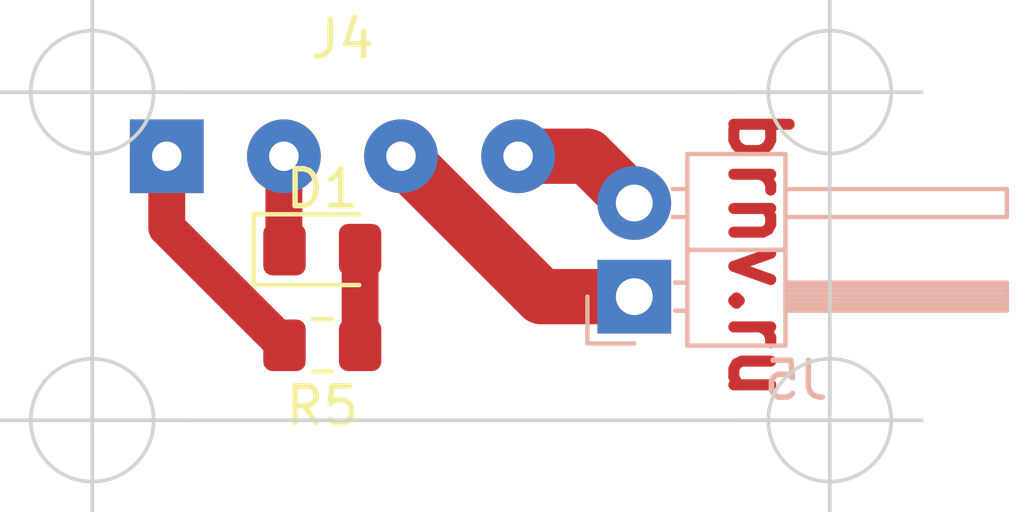
<source format=kicad_pcb>
(kicad_pcb (version 20171130) (host pcbnew "(5.0.0-3-g5ebb6b6)")

  (general
    (thickness 1.6)
    (drawings 9)
    (tracks 10)
    (zones 0)
    (modules 4)
    (nets 6)
  )

  (page A4)
  (layers
    (0 F.Cu signal)
    (31 B.Cu signal)
    (32 B.Adhes user hide)
    (33 F.Adhes user hide)
    (34 B.Paste user hide)
    (35 F.Paste user hide)
    (36 B.SilkS user hide)
    (37 F.SilkS user hide)
    (38 B.Mask user hide)
    (39 F.Mask user hide)
    (40 Dwgs.User user hide)
    (41 Cmts.User user hide)
    (42 Eco1.User user hide)
    (43 Eco2.User user hide)
    (44 Edge.Cuts user)
    (45 Margin user hide)
    (46 B.CrtYd user hide)
    (47 F.CrtYd user hide)
    (48 B.Fab user hide)
    (49 F.Fab user hide)
  )

  (setup
    (last_trace_width 1)
    (user_trace_width 0.8)
    (user_trace_width 1)
    (user_trace_width 1.2)
    (user_trace_width 1.5)
    (trace_clearance 0.2)
    (zone_clearance 0.508)
    (zone_45_only no)
    (trace_min 0.2)
    (segment_width 0.2)
    (edge_width 0.1)
    (via_size 0.8)
    (via_drill 0.4)
    (via_min_size 0.4)
    (via_min_drill 0.3)
    (uvia_size 0.3)
    (uvia_drill 0.1)
    (uvias_allowed no)
    (uvia_min_size 0.2)
    (uvia_min_drill 0.1)
    (pcb_text_width 0.3)
    (pcb_text_size 1.5 1.5)
    (mod_edge_width 0.15)
    (mod_text_size 1 1)
    (mod_text_width 0.15)
    (pad_size 1.99898 1.99898)
    (pad_drill 1)
    (pad_to_mask_clearance 0)
    (aux_axis_origin 130.175 78.994)
    (grid_origin 130.175 78.994)
    (visible_elements FFFFFF7F)
    (pcbplotparams
      (layerselection 0x00000_7fffffff)
      (usegerberextensions false)
      (usegerberattributes false)
      (usegerberadvancedattributes false)
      (creategerberjobfile false)
      (excludeedgelayer false)
      (linewidth 0.100000)
      (plotframeref false)
      (viasonmask true)
      (mode 1)
      (useauxorigin false)
      (hpglpennumber 1)
      (hpglpenspeed 20)
      (hpglpendiameter 15.000000)
      (psnegative true)
      (psa4output false)
      (plotreference true)
      (plotvalue true)
      (plotinvisibletext false)
      (padsonsilk false)
      (subtractmaskfromsilk false)
      (outputformat 4)
      (mirror false)
      (drillshape 1)
      (scaleselection 1)
      (outputdirectory "plot/"))
  )

  (net 0 "")
  (net 1 "Net-(D1-Pad2)")
  (net 2 /led_in)
  (net 3 /led_out)
  (net 4 /sw_in)
  (net 5 /sw_out)

  (net_class Default "This is the default net class."
    (clearance 0.2)
    (trace_width 0.25)
    (via_dia 0.8)
    (via_drill 0.4)
    (uvia_dia 0.3)
    (uvia_drill 0.1)
    (add_net /led_in)
    (add_net /led_out)
    (add_net /sw_in)
    (add_net /sw_out)
    (add_net "Net-(D1-Pad2)")
  )

  (module Connector_PinHeader_2.54mm:PinHeader_1x02_P2.54mm_Horizontal (layer B.Cu) (tedit 5BD9C9C9) (tstamp 5BBA7A8A)
    (at 146.9898 84.5312)
    (descr "Through hole angled pin header, 1x02, 2.54mm pitch, 6mm pin length, single row")
    (tags "Through hole angled pin header THT 1x02 2.54mm single row")
    (path /5BBA6E90)
    (fp_text reference J5 (at 4.385 2.27) (layer B.SilkS)
      (effects (font (size 1 1) (thickness 0.15)) (justify mirror))
    )
    (fp_text value Conn_01x02 (at 4.385 -4.81) (layer B.Fab)
      (effects (font (size 1 1) (thickness 0.15)) (justify mirror))
    )
    (fp_text user %R (at 2.77 -1.27 -90) (layer B.Fab)
      (effects (font (size 1 1) (thickness 0.15)) (justify mirror))
    )
    (fp_line (start 10.55 1.8) (end -1.8 1.8) (layer B.CrtYd) (width 0.05))
    (fp_line (start 10.55 -4.35) (end 10.55 1.8) (layer B.CrtYd) (width 0.05))
    (fp_line (start -1.8 -4.35) (end 10.55 -4.35) (layer B.CrtYd) (width 0.05))
    (fp_line (start -1.8 1.8) (end -1.8 -4.35) (layer B.CrtYd) (width 0.05))
    (fp_line (start -1.27 1.27) (end 0 1.27) (layer B.SilkS) (width 0.12))
    (fp_line (start -1.27 0) (end -1.27 1.27) (layer B.SilkS) (width 0.12))
    (fp_line (start 1.042929 -2.92) (end 1.44 -2.92) (layer B.SilkS) (width 0.12))
    (fp_line (start 1.042929 -2.16) (end 1.44 -2.16) (layer B.SilkS) (width 0.12))
    (fp_line (start 10.1 -2.92) (end 4.1 -2.92) (layer B.SilkS) (width 0.12))
    (fp_line (start 10.1 -2.16) (end 10.1 -2.92) (layer B.SilkS) (width 0.12))
    (fp_line (start 4.1 -2.16) (end 10.1 -2.16) (layer B.SilkS) (width 0.12))
    (fp_line (start 1.44 -1.27) (end 4.1 -1.27) (layer B.SilkS) (width 0.12))
    (fp_line (start 1.11 -0.38) (end 1.44 -0.38) (layer B.SilkS) (width 0.12))
    (fp_line (start 1.11 0.38) (end 1.44 0.38) (layer B.SilkS) (width 0.12))
    (fp_line (start 4.1 -0.28) (end 10.1 -0.28) (layer B.SilkS) (width 0.12))
    (fp_line (start 4.1 -0.16) (end 10.1 -0.16) (layer B.SilkS) (width 0.12))
    (fp_line (start 4.1 -0.04) (end 10.1 -0.04) (layer B.SilkS) (width 0.12))
    (fp_line (start 4.1 0.08) (end 10.1 0.08) (layer B.SilkS) (width 0.12))
    (fp_line (start 4.1 0.2) (end 10.1 0.2) (layer B.SilkS) (width 0.12))
    (fp_line (start 4.1 0.32) (end 10.1 0.32) (layer B.SilkS) (width 0.12))
    (fp_line (start 10.1 -0.38) (end 4.1 -0.38) (layer B.SilkS) (width 0.12))
    (fp_line (start 10.1 0.38) (end 10.1 -0.38) (layer B.SilkS) (width 0.12))
    (fp_line (start 4.1 0.38) (end 10.1 0.38) (layer B.SilkS) (width 0.12))
    (fp_line (start 4.1 1.33) (end 1.44 1.33) (layer B.SilkS) (width 0.12))
    (fp_line (start 4.1 -3.87) (end 4.1 1.33) (layer B.SilkS) (width 0.12))
    (fp_line (start 1.44 -3.87) (end 4.1 -3.87) (layer B.SilkS) (width 0.12))
    (fp_line (start 1.44 1.33) (end 1.44 -3.87) (layer B.SilkS) (width 0.12))
    (fp_line (start 4.04 -2.86) (end 10.04 -2.86) (layer B.Fab) (width 0.1))
    (fp_line (start 10.04 -2.22) (end 10.04 -2.86) (layer B.Fab) (width 0.1))
    (fp_line (start 4.04 -2.22) (end 10.04 -2.22) (layer B.Fab) (width 0.1))
    (fp_line (start -0.32 -2.86) (end 1.5 -2.86) (layer B.Fab) (width 0.1))
    (fp_line (start -0.32 -2.22) (end -0.32 -2.86) (layer B.Fab) (width 0.1))
    (fp_line (start -0.32 -2.22) (end 1.5 -2.22) (layer B.Fab) (width 0.1))
    (fp_line (start 4.04 -0.32) (end 10.04 -0.32) (layer B.Fab) (width 0.1))
    (fp_line (start 10.04 0.32) (end 10.04 -0.32) (layer B.Fab) (width 0.1))
    (fp_line (start 4.04 0.32) (end 10.04 0.32) (layer B.Fab) (width 0.1))
    (fp_line (start -0.32 -0.32) (end 1.5 -0.32) (layer B.Fab) (width 0.1))
    (fp_line (start -0.32 0.32) (end -0.32 -0.32) (layer B.Fab) (width 0.1))
    (fp_line (start -0.32 0.32) (end 1.5 0.32) (layer B.Fab) (width 0.1))
    (fp_line (start 1.5 0.635) (end 2.135 1.27) (layer B.Fab) (width 0.1))
    (fp_line (start 1.5 -3.81) (end 1.5 0.635) (layer B.Fab) (width 0.1))
    (fp_line (start 4.04 -3.81) (end 1.5 -3.81) (layer B.Fab) (width 0.1))
    (fp_line (start 4.04 1.27) (end 4.04 -3.81) (layer B.Fab) (width 0.1))
    (fp_line (start 2.135 1.27) (end 4.04 1.27) (layer B.Fab) (width 0.1))
    (pad 2 thru_hole oval (at 0 -2.54) (size 1.99898 1.99898) (drill 1) (layers *.Mask F.Cu)
      (net 5 /sw_out))
    (pad 1 thru_hole rect (at 0 0) (size 1.99898 1.99898) (drill 1) (layers *.Mask F.Cu)
      (net 4 /sw_in))
    (model ${KISYS3DMOD}/Connector_PinHeader_2.54mm.3dshapes/PinHeader_1x02_P2.54mm_Horizontal.wrl
      (at (xyz 0 0 0))
      (scale (xyz 1 1 1))
      (rotate (xyz 0 0 0))
    )
  )

  (module Connector_Wire:SolderWirePad_1x04_P3.175mm_Drill0.8mm (layer F.Cu) (tedit 5AEE5FAE) (tstamp 5BBA7A7F)
    (at 134.3152 80.7212)
    (descr "Wire solder connection")
    (tags connector)
    (path /5BB9C619)
    (attr virtual)
    (fp_text reference J4 (at 4.7625 -3.175) (layer F.SilkS)
      (effects (font (size 1 1) (thickness 0.15)))
    )
    (fp_text value Conn_01x02 (at 4.7625 3.175) (layer F.Fab)
      (effects (font (size 1 1) (thickness 0.15)))
    )
    (fp_text user %R (at 4.7625 0) (layer F.Fab)
      (effects (font (size 1 1) (thickness 0.15)))
    )
    (fp_line (start -1.5 -1.5) (end 11.02 -1.5) (layer F.CrtYd) (width 0.05))
    (fp_line (start -1.5 -1.5) (end -1.5 1.5) (layer F.CrtYd) (width 0.05))
    (fp_line (start 11.02 1.5) (end 11.02 -1.5) (layer F.CrtYd) (width 0.05))
    (fp_line (start 11.02 1.5) (end -1.5 1.5) (layer F.CrtYd) (width 0.05))
    (pad 1 thru_hole rect (at 0 0) (size 1.99898 1.99898) (drill 0.8001) (layers *.Cu *.Mask)
      (net 2 /led_in))
    (pad 2 thru_hole circle (at 3.175 0) (size 1.99898 1.99898) (drill 0.8001) (layers *.Cu *.Mask)
      (net 3 /led_out))
    (pad 3 thru_hole circle (at 6.35 0) (size 1.99898 1.99898) (drill 0.8001) (layers *.Cu *.Mask)
      (net 4 /sw_in))
    (pad 4 thru_hole circle (at 9.525 0) (size 1.99898 1.99898) (drill 0.8001) (layers *.Cu *.Mask)
      (net 5 /sw_out))
  )

  (module Resistor_SMD:R_0805_2012Metric_Pad1.15x1.40mm_HandSolder (layer F.Cu) (tedit 5B36C52B) (tstamp 5BDB7A49)
    (at 138.5316 85.852 180)
    (descr "Resistor SMD 0805 (2012 Metric), square (rectangular) end terminal, IPC_7351 nominal with elongated pad for handsoldering. (Body size source: https://docs.google.com/spreadsheets/d/1BsfQQcO9C6DZCsRaXUlFlo91Tg2WpOkGARC1WS5S8t0/edit?usp=sharing), generated with kicad-footprint-generator")
    (tags "resistor handsolder")
    (path /5BB9C6E5)
    (attr smd)
    (fp_text reference R5 (at 0 -1.65 180) (layer F.SilkS)
      (effects (font (size 1 1) (thickness 0.15)))
    )
    (fp_text value 68R (at 0 1.65 180) (layer F.Fab)
      (effects (font (size 1 1) (thickness 0.15)))
    )
    (fp_line (start -1 0.6) (end -1 -0.6) (layer F.Fab) (width 0.1))
    (fp_line (start -1 -0.6) (end 1 -0.6) (layer F.Fab) (width 0.1))
    (fp_line (start 1 -0.6) (end 1 0.6) (layer F.Fab) (width 0.1))
    (fp_line (start 1 0.6) (end -1 0.6) (layer F.Fab) (width 0.1))
    (fp_line (start -0.261252 -0.71) (end 0.261252 -0.71) (layer F.SilkS) (width 0.12))
    (fp_line (start -0.261252 0.71) (end 0.261252 0.71) (layer F.SilkS) (width 0.12))
    (fp_line (start -1.85 0.95) (end -1.85 -0.95) (layer F.CrtYd) (width 0.05))
    (fp_line (start -1.85 -0.95) (end 1.85 -0.95) (layer F.CrtYd) (width 0.05))
    (fp_line (start 1.85 -0.95) (end 1.85 0.95) (layer F.CrtYd) (width 0.05))
    (fp_line (start 1.85 0.95) (end -1.85 0.95) (layer F.CrtYd) (width 0.05))
    (fp_text user %R (at 0 0 180) (layer F.Fab)
      (effects (font (size 0.5 0.5) (thickness 0.08)))
    )
    (pad 1 smd roundrect (at -1.025 0 180) (size 1.15 1.4) (layers F.Cu F.Paste F.Mask) (roundrect_rratio 0.217391)
      (net 1 "Net-(D1-Pad2)"))
    (pad 2 smd roundrect (at 1.025 0 180) (size 1.15 1.4) (layers F.Cu F.Paste F.Mask) (roundrect_rratio 0.217391)
      (net 2 /led_in))
    (model ${KISYS3DMOD}/Resistor_SMD.3dshapes/R_0805_2012Metric.wrl
      (at (xyz 0 0 0))
      (scale (xyz 1 1 1))
      (rotate (xyz 0 0 0))
    )
  )

  (module LED_SMD:LED_0805_2012Metric_Pad1.15x1.40mm_HandSolder (layer F.Cu) (tedit 5B4B45C9) (tstamp 5BB9D5D1)
    (at 138.5316 83.2562)
    (descr "LED SMD 0805 (2012 Metric), square (rectangular) end terminal, IPC_7351 nominal, (Body size source: https://docs.google.com/spreadsheets/d/1BsfQQcO9C6DZCsRaXUlFlo91Tg2WpOkGARC1WS5S8t0/edit?usp=sharing), generated with kicad-footprint-generator")
    (tags "LED handsolder")
    (path /5BB9C789)
    (attr smd)
    (fp_text reference D1 (at 0 -1.65 180) (layer F.SilkS)
      (effects (font (size 1 1) (thickness 0.15)))
    )
    (fp_text value LED (at -0.1524 1.65) (layer F.Fab)
      (effects (font (size 1 1) (thickness 0.15)))
    )
    (fp_line (start 1 -0.6) (end -0.7 -0.6) (layer F.Fab) (width 0.1))
    (fp_line (start -0.7 -0.6) (end -1 -0.3) (layer F.Fab) (width 0.1))
    (fp_line (start -1 -0.3) (end -1 0.6) (layer F.Fab) (width 0.1))
    (fp_line (start -1 0.6) (end 1 0.6) (layer F.Fab) (width 0.1))
    (fp_line (start 1 0.6) (end 1 -0.6) (layer F.Fab) (width 0.1))
    (fp_line (start 1 -0.96) (end -1.86 -0.96) (layer F.SilkS) (width 0.12))
    (fp_line (start -1.86 -0.96) (end -1.86 0.96) (layer F.SilkS) (width 0.12))
    (fp_line (start -1.86 0.96) (end 1 0.96) (layer F.SilkS) (width 0.12))
    (fp_line (start -1.85 0.95) (end -1.85 -0.95) (layer F.CrtYd) (width 0.05))
    (fp_line (start -1.85 -0.95) (end 1.85 -0.95) (layer F.CrtYd) (width 0.05))
    (fp_line (start 1.85 -0.95) (end 1.85 0.95) (layer F.CrtYd) (width 0.05))
    (fp_line (start 1.85 0.95) (end -1.85 0.95) (layer F.CrtYd) (width 0.05))
    (fp_text user %R (at 0 0 180) (layer F.Fab)
      (effects (font (size 0.5 0.5) (thickness 0.08)))
    )
    (pad 1 smd roundrect (at -1.025 0) (size 1.15 1.4) (layers F.Cu F.Paste F.Mask) (roundrect_rratio 0.217391)
      (net 3 /led_out))
    (pad 2 smd roundrect (at 1.025 0) (size 1.15 1.4) (layers F.Cu F.Paste F.Mask) (roundrect_rratio 0.217391)
      (net 1 "Net-(D1-Pad2)"))
    (model ${KISYS3DMOD}/LED_SMD.3dshapes/LED_0805_2012Metric.wrl
      (at (xyz 0 0 0))
      (scale (xyz 1 1 1))
      (rotate (xyz 0 0 0))
    )
  )

  (target plus (at 132.293679 87.884) (size 5) (width 0.1) (layer Edge.Cuts) (tstamp 5BBC88E9))
  (target plus (at 152.291122 87.884) (size 5) (width 0.1) (layer Edge.Cuts) (tstamp 5BBC88E6))
  (target plus (at 152.291122 78.980995) (size 5) (width 0.1) (layer Edge.Cuts) (tstamp 5BBC88E3))
  (target plus (at 132.293679 78.980995) (size 5) (width 0.1) (layer Edge.Cuts))
  (gr_text brnv.ru (at 150.368 83.3882 270) (layer F.Cu)
    (effects (font (size 1.5 1.5) (thickness 0.3)))
  )
  (gr_line (start 152.300499 78.980995) (end 132.308597 78.980995) (layer Edge.Cuts) (width 0.1))
  (gr_line (start 152.291122 87.7012) (end 152.291122 78.8112) (layer Edge.Cuts) (width 0.1))
  (gr_line (start 132.308584 87.884) (end 152.2984 87.884) (layer Edge.Cuts) (width 0.1))
  (gr_line (start 132.293679 78.994) (end 132.293679 87.884) (layer Edge.Cuts) (width 0.1))

  (segment (start 139.5566 83.2562) (end 139.5566 85.852) (width 1) (layer F.Cu) (net 1))
  (segment (start 134.3152 82.6606) (end 134.3152 80.7212) (width 1) (layer F.Cu) (net 2))
  (segment (start 137.5066 85.852) (end 134.3152 82.6606) (width 1) (layer F.Cu) (net 2))
  (segment (start 137.4902 83.3464) (end 137.5066 83.3628) (width 0.8) (layer F.Cu) (net 3))
  (segment (start 137.4902 83.2398) (end 137.5066 83.2562) (width 1) (layer F.Cu) (net 3))
  (segment (start 137.4902 80.7212) (end 137.4902 83.2398) (width 1) (layer F.Cu) (net 3))
  (segment (start 144.4752 84.5312) (end 146.9898 84.5312) (width 1.5) (layer F.Cu) (net 4))
  (segment (start 140.6652 80.7212) (end 144.4752 84.5312) (width 1.5) (layer F.Cu) (net 4))
  (segment (start 145.7198 80.7212) (end 146.9898 81.9912) (width 1.5) (layer F.Cu) (net 5))
  (segment (start 143.8402 80.7212) (end 145.7198 80.7212) (width 1.5) (layer F.Cu) (net 5))

)

</source>
